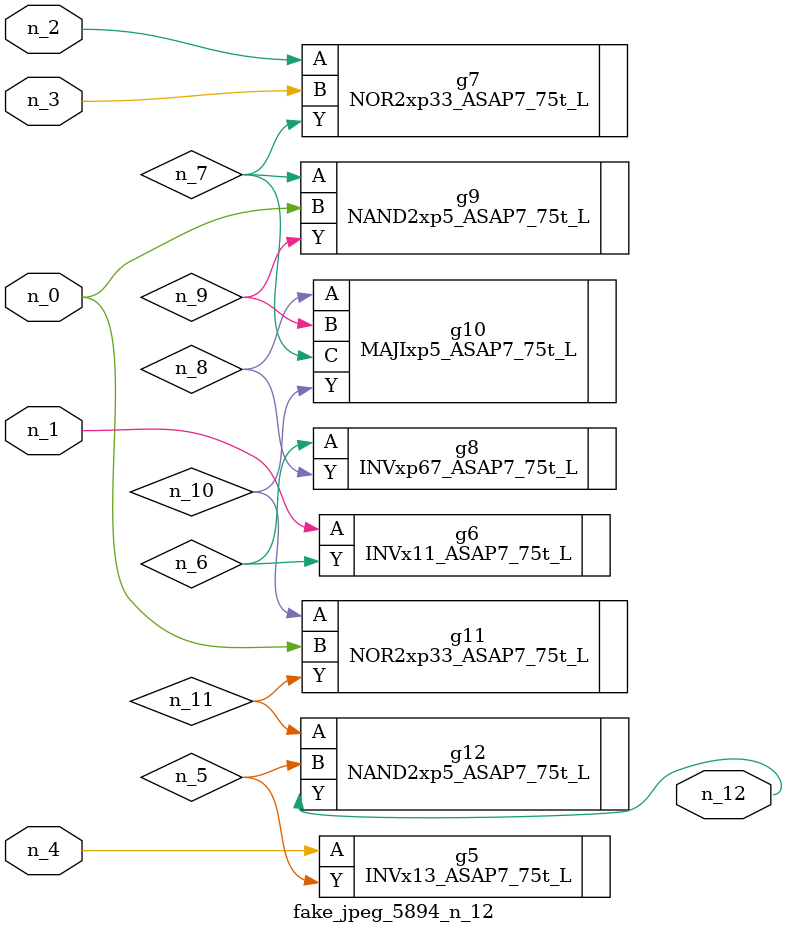
<source format=v>
module fake_jpeg_5894_n_12 (n_3, n_2, n_1, n_0, n_4, n_12);

input n_3;
input n_2;
input n_1;
input n_0;
input n_4;

output n_12;

wire n_11;
wire n_10;
wire n_8;
wire n_9;
wire n_6;
wire n_5;
wire n_7;

INVx13_ASAP7_75t_L g5 ( 
.A(n_4),
.Y(n_5)
);

INVx11_ASAP7_75t_L g6 ( 
.A(n_1),
.Y(n_6)
);

NOR2xp33_ASAP7_75t_L g7 ( 
.A(n_2),
.B(n_3),
.Y(n_7)
);

INVxp67_ASAP7_75t_L g8 ( 
.A(n_6),
.Y(n_8)
);

MAJIxp5_ASAP7_75t_L g10 ( 
.A(n_8),
.B(n_9),
.C(n_7),
.Y(n_10)
);

NAND2xp5_ASAP7_75t_L g9 ( 
.A(n_7),
.B(n_0),
.Y(n_9)
);

NOR2xp33_ASAP7_75t_L g11 ( 
.A(n_10),
.B(n_0),
.Y(n_11)
);

NAND2xp5_ASAP7_75t_L g12 ( 
.A(n_11),
.B(n_5),
.Y(n_12)
);


endmodule
</source>
